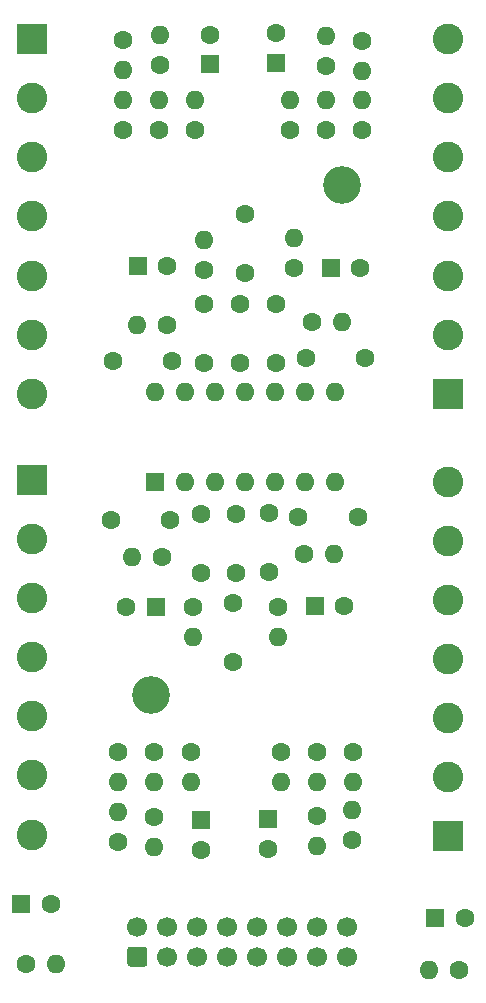
<source format=gbr>
%TF.GenerationSoftware,KiCad,Pcbnew,(5.1.7)-1*%
%TF.CreationDate,2020-11-12T11:31:24+03:00*%
%TF.ProjectId,stomp adapter,73746f6d-7020-4616-9461-707465722e6b,rev?*%
%TF.SameCoordinates,Original*%
%TF.FileFunction,Soldermask,Top*%
%TF.FilePolarity,Negative*%
%FSLAX46Y46*%
G04 Gerber Fmt 4.6, Leading zero omitted, Abs format (unit mm)*
G04 Created by KiCad (PCBNEW (5.1.7)-1) date 2020-11-12 11:31:24*
%MOMM*%
%LPD*%
G01*
G04 APERTURE LIST*
%ADD10C,3.200000*%
%ADD11C,1.600000*%
%ADD12R,1.600000X1.600000*%
%ADD13C,2.600000*%
%ADD14R,2.600000X2.600000*%
%ADD15C,1.700000*%
%ADD16O,1.600000X1.600000*%
G04 APERTURE END LIST*
D10*
%TO.C,REF\u002A\u002A*%
X45010000Y-88320000D03*
%TD*%
%TO.C,REF\u002A\u002A*%
X61200000Y-45120000D03*
%TD*%
D11*
%TO.C,C17*%
X36510000Y-106020000D03*
D12*
X34010000Y-106020000D03*
%TD*%
D11*
%TO.C,C4*%
X46410000Y-51990000D03*
D12*
X43910000Y-51990000D03*
%TD*%
D11*
%TO.C,C7*%
X54910000Y-101310000D03*
D12*
X54910000Y-98810000D03*
%TD*%
D11*
%TO.C,C5*%
X49990000Y-32390000D03*
D12*
X49990000Y-34890000D03*
%TD*%
D11*
%TO.C,C1*%
X42900000Y-80890000D03*
D12*
X45400000Y-80890000D03*
%TD*%
D11*
%TO.C,C20*%
X71600000Y-107200000D03*
D12*
X69100000Y-107200000D03*
%TD*%
D11*
%TO.C,C3*%
X62740000Y-52150000D03*
D12*
X60240000Y-52150000D03*
%TD*%
D11*
%TO.C,C8*%
X55620000Y-32280000D03*
D12*
X55620000Y-34780000D03*
%TD*%
D11*
%TO.C,C6*%
X49260000Y-101390000D03*
D12*
X49260000Y-98890000D03*
%TD*%
D11*
%TO.C,C2*%
X61380000Y-80780000D03*
D12*
X58880000Y-80780000D03*
%TD*%
D13*
%TO.C,J13*%
X34930000Y-62790000D03*
X34930000Y-57790000D03*
X34930000Y-52790000D03*
X34930000Y-47790000D03*
X34930000Y-42790000D03*
X34930000Y-37790000D03*
D14*
X34930000Y-32790000D03*
%TD*%
%TO.C,J14*%
X34930000Y-70120000D03*
D13*
X34930000Y-75120000D03*
X34930000Y-80120000D03*
X34930000Y-85120000D03*
X34930000Y-90120000D03*
X34930000Y-95120000D03*
X34930000Y-100120000D03*
%TD*%
%TO.C,J15*%
X70120000Y-70230000D03*
X70120000Y-75230000D03*
X70120000Y-80230000D03*
X70120000Y-85230000D03*
X70120000Y-90230000D03*
X70120000Y-95230000D03*
D14*
X70120000Y-100230000D03*
%TD*%
%TO.C,J16*%
X70120000Y-62790000D03*
D13*
X70120000Y-57790000D03*
X70120000Y-52790000D03*
X70120000Y-47790000D03*
X70120000Y-42790000D03*
X70120000Y-37790000D03*
X70120000Y-32790000D03*
%TD*%
D11*
%TO.C,C9*%
X49230000Y-78000000D03*
X49230000Y-73000000D03*
%TD*%
%TO.C,C10*%
X55040000Y-77910000D03*
X55040000Y-72910000D03*
%TD*%
%TO.C,C11*%
X55560000Y-55200000D03*
X55560000Y-60200000D03*
%TD*%
%TO.C,C12*%
X49510000Y-60220000D03*
X49510000Y-55220000D03*
%TD*%
%TO.C,C13*%
X41650000Y-73500000D03*
X46650000Y-73500000D03*
%TD*%
%TO.C,C14*%
X62500000Y-73270000D03*
X57500000Y-73270000D03*
%TD*%
%TO.C,C15*%
X63140000Y-59760000D03*
X58140000Y-59760000D03*
%TD*%
%TO.C,C16*%
X41790000Y-60050000D03*
X46790000Y-60050000D03*
%TD*%
%TO.C,C18*%
X52990000Y-52560000D03*
X52990000Y-47560000D03*
%TD*%
%TO.C,C19*%
X52550000Y-60230000D03*
X52550000Y-55230000D03*
%TD*%
%TO.C,C21*%
X51940000Y-80490000D03*
X51940000Y-85490000D03*
%TD*%
%TO.C,C22*%
X52200000Y-77980000D03*
X52200000Y-72980000D03*
%TD*%
%TO.C,P1*%
G36*
G01*
X44450000Y-111300000D02*
X43250000Y-111300000D01*
G75*
G02*
X43000000Y-111050000I0J250000D01*
G01*
X43000000Y-109850000D01*
G75*
G02*
X43250000Y-109600000I250000J0D01*
G01*
X44450000Y-109600000D01*
G75*
G02*
X44700000Y-109850000I0J-250000D01*
G01*
X44700000Y-111050000D01*
G75*
G02*
X44450000Y-111300000I-250000J0D01*
G01*
G37*
D15*
X46390000Y-110450000D03*
X48930000Y-110450000D03*
X51470000Y-110450000D03*
X54010000Y-110450000D03*
X56550000Y-110450000D03*
X59090000Y-110450000D03*
X61630000Y-110450000D03*
X43850000Y-107910000D03*
X46390000Y-107910000D03*
X48930000Y-107910000D03*
X51470000Y-107910000D03*
X54010000Y-107910000D03*
X56550000Y-107910000D03*
X59090000Y-107910000D03*
X61630000Y-107910000D03*
%TD*%
D16*
%TO.C,R1*%
X42670000Y-35390000D03*
D11*
X42670000Y-32850000D03*
%TD*%
D16*
%TO.C,R2*%
X42210000Y-98170000D03*
D11*
X42210000Y-100710000D03*
%TD*%
D16*
%TO.C,R3*%
X62050000Y-98030000D03*
D11*
X62050000Y-100570000D03*
%TD*%
%TO.C,R4*%
X62890000Y-32920000D03*
D16*
X62890000Y-35460000D03*
%TD*%
D11*
%TO.C,R5*%
X45790000Y-34930000D03*
D16*
X45790000Y-32390000D03*
%TD*%
D11*
%TO.C,R6*%
X45240000Y-98620000D03*
D16*
X45240000Y-101160000D03*
%TD*%
D11*
%TO.C,R7*%
X59030000Y-98510000D03*
D16*
X59030000Y-101050000D03*
%TD*%
%TO.C,R8*%
X59870000Y-32470000D03*
D11*
X59870000Y-35010000D03*
%TD*%
D16*
%TO.C,R9*%
X48530000Y-83420000D03*
D11*
X48530000Y-80880000D03*
%TD*%
D16*
%TO.C,R10*%
X55780000Y-83390000D03*
D11*
X55780000Y-80850000D03*
%TD*%
D16*
%TO.C,R11*%
X57130000Y-49650000D03*
D11*
X57130000Y-52190000D03*
%TD*%
%TO.C,R12*%
X49520000Y-52320000D03*
D16*
X49520000Y-49780000D03*
%TD*%
D11*
%TO.C,R13*%
X45980000Y-76630000D03*
D16*
X43440000Y-76630000D03*
%TD*%
D11*
%TO.C,R14*%
X57980000Y-76390000D03*
D16*
X60520000Y-76390000D03*
%TD*%
D11*
%TO.C,R15*%
X58610000Y-56710000D03*
D16*
X61150000Y-56710000D03*
%TD*%
%TO.C,R16*%
X43790000Y-56970000D03*
D11*
X46330000Y-56970000D03*
%TD*%
D16*
%TO.C,R17*%
X48740000Y-37920000D03*
D11*
X48740000Y-40460000D03*
%TD*%
%TO.C,R18*%
X48360000Y-93160000D03*
D16*
X48360000Y-95700000D03*
%TD*%
%TO.C,R19*%
X56000000Y-95700000D03*
D11*
X56000000Y-93160000D03*
%TD*%
%TO.C,R20*%
X56760000Y-40450000D03*
D16*
X56760000Y-37910000D03*
%TD*%
D11*
%TO.C,R21*%
X45710000Y-40450000D03*
D16*
X45710000Y-37910000D03*
%TD*%
%TO.C,R22*%
X45280000Y-95700000D03*
D11*
X45280000Y-93160000D03*
%TD*%
%TO.C,R23*%
X59040000Y-93160000D03*
D16*
X59040000Y-95700000D03*
%TD*%
%TO.C,R24*%
X59810000Y-37920000D03*
D11*
X59810000Y-40460000D03*
%TD*%
D16*
%TO.C,R25*%
X42660000Y-37900000D03*
D11*
X42660000Y-40440000D03*
%TD*%
D16*
%TO.C,R26*%
X42230000Y-95690000D03*
D11*
X42230000Y-93150000D03*
%TD*%
%TO.C,R27*%
X62090000Y-93160000D03*
D16*
X62090000Y-95700000D03*
%TD*%
D11*
%TO.C,R28*%
X62860000Y-40460000D03*
D16*
X62860000Y-37920000D03*
%TD*%
%TO.C,R29*%
X37000000Y-111060000D03*
D11*
X34460000Y-111060000D03*
%TD*%
%TO.C,R30*%
X71110000Y-111560000D03*
D16*
X68570000Y-111560000D03*
%TD*%
D12*
%TO.C,U1*%
X45320000Y-70310000D03*
D16*
X60560000Y-62690000D03*
X47860000Y-70310000D03*
X58020000Y-62690000D03*
X50400000Y-70310000D03*
X55480000Y-62690000D03*
X52940000Y-70310000D03*
X52940000Y-62690000D03*
X55480000Y-70310000D03*
X50400000Y-62690000D03*
X58020000Y-70310000D03*
X47860000Y-62690000D03*
X60560000Y-70310000D03*
X45320000Y-62690000D03*
%TD*%
M02*

</source>
